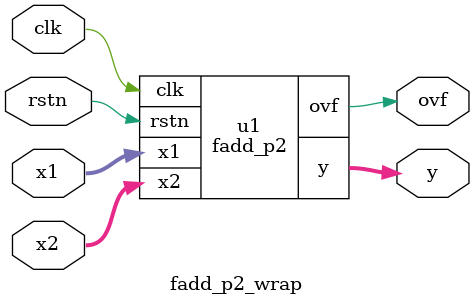
<source format=v>
`default_nettype none

module fadd(
input wire [31:0] x1,
input wire [31:0] x2,
output wire [31:0] y,
output wire ovf
    );
    wire s1 = x1[31];
    wire s2 = x2[31];
    wire [7:0] e1 = x1[30:23];
    wire [7:0] e2 = x2[30:23];
    wire [22:0] m1 = x1[22:0];
    wire [22:0] m2 = x2[22:0];
    wire [24:0] m1a = (e1 == 0) ? {2'b00, m1} : {2'b01, m1};
    wire [24:0] m2a = (e2 == 0) ? {2'b00, m2} : {2'b01, m2};
    wire [7:0] e1a = (e1 == 0) ? 1 : e1;
    wire [7:0] e2a = (e2 == 0) ? 1 : e2;
    wire [7:0] e2ai = ~e2a;
    wire [8:0] te = {1'b0, e1a} + {1'b0, e2ai};
    wire ce = te[8] ? 0 : 1;
    wire [7:0] te1 = te + 1;
    wire [7:0] tde = (ce == 0) ? te1[7:0] : (~te[7:0]);
    wire [4:0] de = (|tde[7:5]) ? 31 : tde[4:0];
    wire sel = (de != 0) ? ce :
               (m1a > m2a) ? 0 : 1;
    wire [24:0] ms = sel ? m2a : m1a;
    wire [24:0] mi = sel ? m1a : m2a;
    wire [7:0] es = sel ? e2a : e1a;
    wire [7:0] ei = sel ? e1a : e2a;
    wire ss = sel ? s2 : s1;
    wire [55:0] mie = {mi, 31'b0};
    wire [55:0] mia = mie[55:0] >> de;
    wire [26:0] mye = (s1 == s2) ? {ms, 2'b0} + mia[55:29] : {ms, 2'b0} - mia[55:29];
    wire [7:0] esi = es + 1;
    wire [26:0] myd = (~mye[26]) ? mye :
                      (&esi) ? {2'b01, 25'b0} : (mye >> 1);
    wire [7:0] eyd = (~mye[26]) ? es :
                     (&esi) ? 255 : esi;
    wire tstck = |(mia[28:0]);
    wire stck = (~mye[26]) ? tstck :
                (&esi) ? 1'b0 : (tstck || mye[0]); //
    wire [4:0] se= myd[25] ? 0 :
                   myd[24] ? 1 :
                   myd[23] ? 2 :
                   myd[22] ? 3 :
                   myd[21] ? 4 :
                   myd[20] ? 5 :
                   myd[19] ? 6 :
                   myd[18] ? 7 :
                   myd[17] ? 8 :
                   myd[16] ? 9 :
                   myd[15] ? 10 :
                   myd[14] ? 11 :
                   myd[13] ? 12 :
                   myd[12] ? 13 :
                   myd[11] ? 14 :
                   myd[10] ? 15 :
                   myd[9] ? 16 :
                   myd[8] ? 17 :
                   myd[7] ? 18 :
                   myd[6] ? 19 :
                   myd[5] ? 20 :
                   myd[4] ? 21 :
                   myd[3] ? 22 :
                   myd[2] ? 23 :
                   myd[1] ? 24 :
                   myd[0] ? 25 : 26;
    wire [8:0] eyf =  {1'b0, eyd} - {4'b0, se};
    wire [7:0] eyr = (eyf[8] || (~(|eyf))) ? 8'b0 : eyf[7:0];
    wire [26:0] myf = (eyf[8] || (~(|eyf))) ? (myd << (eyd[4:0] - 1)) : (myd << se);
    wire [24:0] myr = (myf[1] == 1 && myf[0] == 0 && stck == 0 && myf[2] == 1)
                    || (myf[1] == 1 && myf[0] == 0 && s1 == s2 && stck ==1)
                    || (myf[1] == 1 && myf[0] == 1)
                    ? myf[26:2] + 25'b1
                    : myf[26:2];
    wire [7:0] enri = eyr + 8'b1;
    wire [7:0] ey = (myr[24]) ? enri[7:0] :
                   (~(|myr[23:0]))  ? 0 : eyr;
    wire [22:0] my = (myr[24]) ? 23'b0 :
                   (~(|myr[23:0])) ? 23'b0 : myr[22:0];
    wire sy = ((ey == 0) && (my == 0)) ? (s1 && s2) : ss;
    wire nzm1 = |(m1[22:0]);
    wire nzm2 = |(m2[22:0]);
    wire flag_e1 = (&e1) ? 1 : 0; // e = 255
    wire flag_e2 = (&e2) ? 1 : 0;
    assign y = (flag_e1 && (~flag_e2)) ? {s1, 8'd255, nzm1, m1[21:0]} :
               (flag_e2 && (~flag_e1)) ? {s2, 8'd255, nzm2, m2[21:0]} :
               (flag_e1 && flag_e2 && nzm1) ? {s1, 8'd255, 1'b1, m1[21:0]} :
               (flag_e1 && flag_e2 && nzm2) ? {s2, 8'd255, 1'b1, m2[21:0]} :
               (flag_e1 && flag_e2 && (s1 == s2)) ? {s1, 8'd255, 23'b0} :
               (flag_e1 && flag_e2) ? {1'b1, 8'd255, 1'b1, 22'b0} : {sy, ey, my};
    assign ovf = ~(flag_e1) && ~(flag_e2) && (&ey) ? 1 : 0;
endmodule

module fadd_wrap (input wire [31:0]  x1,
	     input wire [31:0]	x2,
	     output wire [31:0] y,
	     output wire 	ovf);

   fadd u1(x1,x2,y,ovf);
endmodule

`default_nettype none

module fadd_p2 (input wire [31:0] x1,
		input wire [31:0] x2,
		output reg [31:0] y,
		output reg 	  ovf,
		input wire 	  clk,
		input wire 	  rstn);

    wire s1 = x1[31];
    wire s2 = x2[31];
    wire [7:0] e1 = x1[30:23];
    wire [7:0] e2 = x2[30:23];
    wire [22:0] m1 = x1[22:0];
    wire [22:0] m2 = x2[22:0];

    wire [24:0] m1a = (e1 == 0) ? {2'b00, m1} : {2'b01, m1};
    wire [24:0] m2a = (e2 == 0) ? {2'b00, m2} : {2'b01, m2};

    wire [7:0] e1a = (e1 == 0) ? 1 : e1;
    wire [7:0] e2a = (e2 == 0) ? 1 : e2;
    wire [7:0] e2ai = ~e2a;
    wire [8:0] te = {1'b0, e1a} + {1'b0, e2ai};

    wire ce = te[8] ? 0 : 1;
    wire [7:0] te1 = te + 1; 
    wire [7:0] tde = (ce == 0) ? te1[7:0] : (~te[7:0]);
    wire [4:0] de = (|tde[7:5]) ? 31 : tde[4:0]; 

    wire sel = (de != 0) ? ce :
               (m1a > m2a) ? 0 : 1;
    
    wire [24:0] ms = sel ? m2a : m1a;
    wire [24:0] mi = sel ? m1a : m2a;
    wire [7:0] es = sel ? e2a : e1a;
    wire [7:0] ei = sel ? e1a : e2a;

    wire [55:0] mie = {mi, 31'b0};
    wire [55:0] mia = mie[55:0] >> de;
    wire [26:0] mye = (s1 == s2) ? {ms, 2'b0} + mia[55:29] : {ms, 2'b0} - mia[55:29];
    wire [7:0] esi = es + 1;
    
    wire [26:0] myd = (~mye[26]) ? mye :
                      (&esi) ? {2'b01, 25'b0} : (mye >> 1); //
    wire [7:0] eyd = (~mye[26]) ? es :
                     (&esi) ? 255 : esi; //
                     
    wire tstck = |(mia[28:0]);
    wire stck = (~mye[26]) ? tstck :
                (&esi) ? 1'b0 : (tstck || mye[0]); //

    wire [4:0] se= myd[25] ? 0 :
                   myd[24] ? 1 :
                   myd[23] ? 2 :
                   myd[22] ? 3 :
                   myd[21] ? 4 :
                   myd[20] ? 5 :
                   myd[19] ? 6 :
                   myd[18] ? 7 :
                   myd[17] ? 8 :
                   myd[16] ? 9 :
                   myd[15] ? 10 :
                   myd[14] ? 11 :
                   myd[13] ? 12 :
                   myd[12] ? 13 :
                   myd[11] ? 14 :
                   myd[10] ? 15 :
                   myd[9] ? 16 :
                   myd[8] ? 17 :
                   myd[7] ? 18 :
                   myd[6] ? 19 :
                   myd[5] ? 20 :
                   myd[4] ? 21 :
                   myd[3] ? 22 :
                   myd[2] ? 23 :
                   myd[1] ? 24 :
                   myd[0] ? 25 : 26; //
    
    reg [7:0] eydreg;
    reg stckreg;
    reg selreg;
    reg [4:0] sereg;
    reg [26:0] mydreg;
    reg s1reg; 
    reg s2reg; 
    reg [7:0] e1reg;
    reg [7:0] e2reg;
    reg [22:0] m1reg;
    reg [22:0] m2reg;
    wire ss = selreg ? s2reg : s1reg;

    wire [8:0] eyf =  {1'b0, eydreg} - {4'b0, sereg};
    wire [7:0] eyr = (eyf[8] || (~(|eyf))) ? 8'b0 : eyf[7:0];
    wire [26:0] myf = (eyf[8] || (~(|eyf))) ? (mydreg << (eydreg[4:0] - 1)) : (mydreg << sereg);
    wire [24:0] myr = (myf[1] == 1 && myf[0] == 0 && stckreg == 0 && myf[2] == 1)
                    || (myf[1] == 1 && myf[0] == 0 && s1reg == s2reg && stckreg ==1)
                    || (myf[1] == 1 && myf[0] == 1)
                    ? myf[26:2] + 25'b1
                    : myf[26:2];
    wire [7:0] enri = eyr + 8'b1;


    wire [7:0] ey = (myr[24]) ? enri[7:0] :
                   (~(|myr[23:0]))  ? 0 : eyr;
    wire [22:0] my = (myr[24]) ? 23'b0 :
                   (~(|myr[23:0])) ? 23'b0 : myr[22:0];

    wire sy = ((ey == 0) && (my == 0)) ? (s1reg && s2reg) : ss;
    wire nzm1 = |(m1reg[22:0]);
    wire nzm2 = |(m2reg[22:0]);

    wire flag_e1 = (&e1reg) ? 1 : 0; // e = 255
    wire flag_e2 = (&e2reg) ? 1 : 0;

    reg [31:0] yr;
    assign yr = (flag_e1 && (~flag_e2)) ? {s1reg, 8'd255, nzm1, m1reg[21:0]} :
                       (flag_e2 && (~flag_e1)) ? {s2reg, 8'd255, nzm2, m2reg[21:0]} :
                       (flag_e1 && flag_e2 && nzm1) ? {s1reg, 8'd255, 1'b1, m1reg[21:0]} :
                       (flag_e1 && flag_e2 && nzm2) ? {s2reg, 8'd255, 1'b1, m2reg[21:0]} :
                       (flag_e1 && flag_e2 && (s1reg == s2reg)) ? {s1reg, 8'd255, 23'b0} :
                       (flag_e1 && flag_e2) ? {1'b1, 8'd255, 1'b1, 22'b0} : {sy, ey, my};

    reg ovfr;
    assign ovfr = ~(flag_e1) && ~(flag_e2) && (&ey) ? 1 : 0;

    always @(posedge clk) begin

        if (~rstn) begin
        y <= 0;
	    ovf <= 0;
        s1reg <= 0;
        s2reg <= 0;
        e1reg <= 0;
        e2reg <= 0;
        m1reg <= 0;
        m2reg <= 0;
        eydreg <= 0;
        stckreg <= 0;
        selreg <= 0;
        sereg <= 0;
        mydreg <= 0;
        end else begin
        s1reg <= s1;
        s2reg <= s2;
        e1reg <= e1;
        e2reg <= e2;
        m1reg <= m1;
        m2reg <= m2;
        eydreg <= eyd;
        stckreg <= stck;
        selreg <= sel;
        sereg <= se;
        mydreg <= myd;
        y <= yr;
        ovf <= ovfr;

        end
    end

endmodule

module fadd_p2_wrap (input wire [31:0] x1,
		input wire [31:0] x2,
		output wire [31:0] y,
		output wire 	  ovf,
		input wire 	  clk,
		input wire 	  rstn);

   fadd_p2 u1(x1,x2,y,ovf,clk,rstn);
endmodule

`default_nettype wire


</source>
